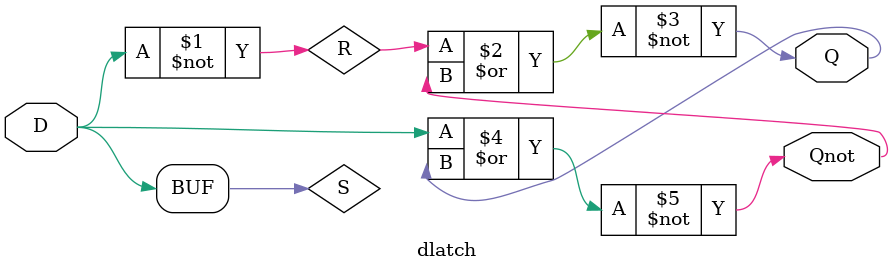
<source format=v>
module dlatch(
    input wire D,
    output wire Q,
    output wire Qnot


);


assign S = D;
assign R = ~D;
assign Q = ~(R | Qnot);
assign Qnot = ~(S | Q);

endmodule
</source>
